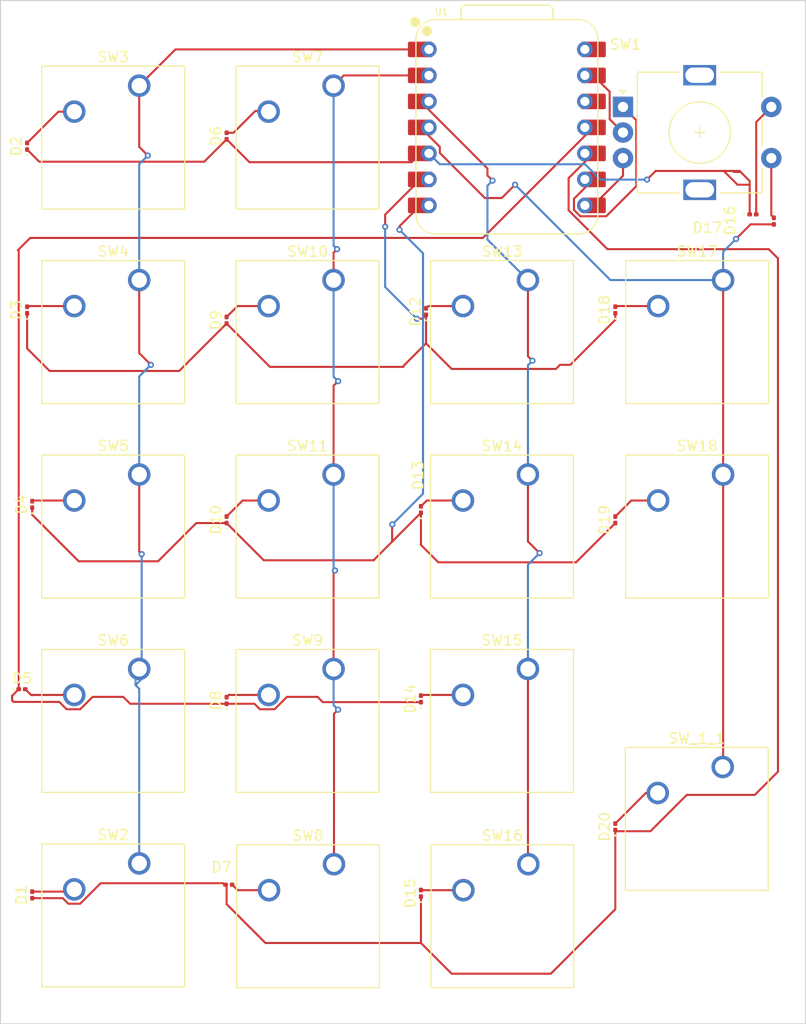
<source format=kicad_pcb>
(kicad_pcb (version 20241229) (generator "pcbnew") (generator_version "9.0")
  (layers (0 "F.Cu" signal) (2 "B.Cu" signal) (13 "F.Paste" user) (15 "B.Paste" user) (5 "F.SilkS" user "F.Silkscreen") (7 "B.SilkS" user "B.Silkscreen") (1 "F.Mask" user) (3 "B.Mask" user) (25 "Edge.Cuts" user))
  (net 0 "")
  (net 1 "Net-(D1-A)")
  (net 2 "ROW4")
  (net 3 "Net-(D2-A)")
  (net 4 "ROW0")
  (net 5 "ROW1")
  (net 6 "Net-(D3-A)")
  (net 7 "Net-(D4-A)")
  (net 8 "ROW2")
  (net 9 "ROW3")
  (net 10 "Net-(D5-A)")
  (net 11 "Net-(D6-A)")
  (net 12 "Net-(D7-A)")
  (net 13 "Net-(D8-A)")
  (net 14 "Net-(D9-A)")
  (net 15 "Net-(D10-A)")
  (net 16 "Net-(D12-A)")
  (net 17 "Net-(D13-A)")
  (net 18 "Net-(D14-A)")
  (net 19 "Net-(D15-A)")
  (net 20 "EC11SWB")
  (net 21 "COL3")
  (net 22 "EC11SWA")
  (net 23 "Net-(D18-A)")
  (net 24 "Net-(D19-A)")
  (net 25 "Net-(D20-A)")
  (net 26 "EC11A")
  (net 27 "EC11B")
  (net 28 "GND")
  (net 29 "COL0")
  (net 30 "COL1")
  (net 31 "COL2")
  (net 33 "+5V")
  (footprint "Diode_SMD:D_0201_0603Metric" (layer "F.Cu") (at 157.5 51.345 90)
    (property "Reference" "D3" (at 0 -1.05 90) (layer "F.SilkS"))
    (property "Value" "D")
    (pad "1" smd roundrect (at -0.32 0 90) (size 0.46 0.4) (layers "F.Cu" "F.Mask") (net 5 "ROW1"))
    (pad "2" smd roundrect (at 0.32 0 90) (size 0.46 0.4) (layers "F.Cu" "F.Mask") (net 6 "Net-(D3-A)"))
  )
  (footprint "Button_Switch_Keyboard:SW_Cherry_MX_1.00u_PCB" (layer "F.Cu") (at 187.46 86.42)
    (property "Reference" "SW9" (at -2.54 -2.794 0) (layer "F.SilkS"))
    (property "Value" "SW_Push_45deg")
    (pad "" np_thru_hole circle (at -7.62 5.08) (size 1.7 1.7) (drill 1.7) (layers "*.Cu" "*.Mask"))
    (pad "" np_thru_hole circle (at -2.54 5.08) (size 4 4) (drill 4) (layers "*.Cu" "*.Mask"))
    (pad "" np_thru_hole circle (at 2.54 5.08) (size 1.7 1.7) (drill 1.7) (layers "*.Cu" "*.Mask"))
    (pad "1" thru_hole circle (at 0 0) (size 2.2 2.2) (drill 1.5) (layers "*.Cu" "*.Mask") (net 30 "COL1"))
    (pad "2" thru_hole circle (at -6.35 2.54) (size 2.2 2.2) (drill 1.5) (layers "*.Cu" "*.Mask") (net 13 "Net-(D8-A)"))
  )
  (footprint "Button_Switch_Keyboard:SW_Cherry_MX_1.00u_PCB" (layer "F.Cu") (at 187.46 29.42)
    (property "Reference" "SW7" (at -2.54 -2.794 0) (layer "F.SilkS"))
    (property "Value" "SW_Push_45deg")
    (pad "" np_thru_hole circle (at -7.62 5.08) (size 1.7 1.7) (drill 1.7) (layers "*.Cu" "*.Mask"))
    (pad "" np_thru_hole circle (at -2.54 5.08) (size 4 4) (drill 4) (layers "*.Cu" "*.Mask"))
    (pad "" np_thru_hole circle (at 2.54 5.08) (size 1.7 1.7) (drill 1.7) (layers "*.Cu" "*.Mask"))
    (pad "1" thru_hole circle (at 0 0) (size 2.2 2.2) (drill 1.5) (layers "*.Cu" "*.Mask") (net 30 "COL1"))
    (pad "2" thru_hole circle (at -6.35 2.54) (size 2.2 2.2) (drill 1.5) (layers "*.Cu" "*.Mask") (net 11 "Net-(D6-A)"))
  )
  (footprint "Rotary_Encoder:RotaryEncoder_Alps_EC11E-Switch_Vertical_H20mm" (layer "F.Cu") (at 215.75 31.5)
    (property "Reference" "SW1" (at 0.25 -6.1 0) (layer "F.SilkS"))
    (property "Value" "RotaryEncoder_Switch")
    (pad "A" thru_hole rect (at 0 0) (size 2 2) (drill 1) (layers "*.Cu" "*.Mask") (net 26 "EC11A"))
    (pad "B" thru_hole circle (at 0 5) (size 2 2) (drill 1) (layers "*.Cu" "*.Mask") (net 27 "EC11B"))
    (pad "C" thru_hole circle (at 0 2.5) (size 2 2) (drill 1) (layers "*.Cu" "*.Mask") (net 28 "GND"))
    (pad "MP" thru_hole rect (at 7.5 -3.1) (size 3.2 2) (drill oval 2.8 1.5) (layers "*.Cu" "*.Mask"))
    (pad "MP" thru_hole rect (at 7.5 8.1) (size 3.2 2) (drill oval 2.8 1.5) (layers "*.Cu" "*.Mask"))
    (pad "S1" thru_hole circle (at 14.5 5) (size 2 2) (drill 1) (layers "*.Cu" "*.Mask") (net 20 "EC11SWB"))
    (pad "S2" thru_hole circle (at 14.5 0) (size 2 2) (drill 1) (layers "*.Cu" "*.Mask") (net 22 "EC11SWA"))
  )
  (footprint "Diode_SMD:D_0201_0603Metric" (layer "F.Cu") (at 157 88.4)
    (property "Reference" "D5" (at 0 -1.05 0) (layer "F.SilkS"))
    (property "Value" "D")
    (pad "1" smd roundrect (at -0.32 0) (size 0.46 0.4) (layers "F.Cu" "F.Mask") (net 9 "ROW3"))
    (pad "2" smd roundrect (at 0.32 0) (size 0.46 0.4) (layers "F.Cu" "F.Mask") (net 10 "Net-(D5-A)"))
  )
  (footprint "Button_Switch_Keyboard:SW_Cherry_MX_1.00u_PCB" (layer "F.Cu") (at 225.54 48.42)
    (property "Reference" "SW17" (at -2.54 -2.794 0) (layer "F.SilkS"))
    (property "Value" "SW_Push_45deg")
    (pad "" np_thru_hole circle (at -7.62 5.08) (size 1.7 1.7) (drill 1.7) (layers "*.Cu" "*.Mask"))
    (pad "" np_thru_hole circle (at -2.54 5.08) (size 4 4) (drill 4) (layers "*.Cu" "*.Mask"))
    (pad "" np_thru_hole circle (at 2.54 5.08) (size 1.7 1.7) (drill 1.7) (layers "*.Cu" "*.Mask"))
    (pad "1" thru_hole circle (at 0 0) (size 2.2 2.2) (drill 1.5) (layers "*.Cu" "*.Mask") (net 21 "COL3"))
    (pad "2" thru_hole circle (at -6.35 2.54) (size 2.2 2.2) (drill 1.5) (layers "*.Cu" "*.Mask") (net 23 "Net-(D18-A)"))
  )
  (footprint "Button_Switch_Keyboard:SW_Cherry_MX_1.00u_PCB" (layer "F.Cu") (at 168.46 48.42)
    (property "Reference" "SW4" (at -2.54 -2.794 0) (layer "F.SilkS"))
    (property "Value" "SW_Push_45deg")
    (pad "" np_thru_hole circle (at -7.62 5.08) (size 1.7 1.7) (drill 1.7) (layers "*.Cu" "*.Mask"))
    (pad "" np_thru_hole circle (at -2.54 5.08) (size 4 4) (drill 4) (layers "*.Cu" "*.Mask"))
    (pad "" np_thru_hole circle (at 2.54 5.08) (size 1.7 1.7) (drill 1.7) (layers "*.Cu" "*.Mask"))
    (pad "1" thru_hole circle (at 0 0) (size 2.2 2.2) (drill 1.5) (layers "*.Cu" "*.Mask") (net 29 "COL0"))
    (pad "2" thru_hole circle (at -6.35 2.54) (size 2.2 2.2) (drill 1.5) (layers "*.Cu" "*.Mask") (net 6 "Net-(D3-A)"))
  )
  (footprint "Diode_SMD:D_0201_0603Metric" (layer "F.Cu") (at 196 70.845 90)
    (property "Reference" "D13" (at 3.345 -0.3 90) (layer "F.SilkS"))
    (property "Value" "D")
    (pad "1" smd roundrect (at -0.32 0 90) (size 0.46 0.4) (layers "F.Cu" "F.Mask") (net 8 "ROW2"))
    (pad "2" smd roundrect (at 0.32 0 90) (size 0.46 0.4) (layers "F.Cu" "F.Mask") (net 17 "Net-(D13-A)"))
  )
  (footprint "Diode_SMD:D_0201_0603Metric" (layer "F.Cu") (at 177 52.345 90)
    (property "Reference" "D9" (at 0 -1.05 90) (layer "F.SilkS"))
    (property "Value" "D")
    (pad "1" smd roundrect (at -0.32 0 90) (size 0.46 0.4) (layers "F.Cu" "F.Mask") (net 5 "ROW1"))
    (pad "2" smd roundrect (at 0.32 0 90) (size 0.46 0.4) (layers "F.Cu" "F.Mask") (net 14 "Net-(D9-A)"))
  )
  (footprint "Button_Switch_Keyboard:SW_Cherry_MX_1.00u_PCB" (layer "F.Cu") (at 225.54 67.42)
    (property "Reference" "SW18" (at -2.54 -2.794 0) (layer "F.SilkS"))
    (property "Value" "SW_Push_45deg")
    (pad "" np_thru_hole circle (at -7.62 5.08) (size 1.7 1.7) (drill 1.7) (layers "*.Cu" "*.Mask"))
    (pad "" np_thru_hole circle (at -2.54 5.08) (size 4 4) (drill 4) (layers "*.Cu" "*.Mask"))
    (pad "" np_thru_hole circle (at 2.54 5.08) (size 1.7 1.7) (drill 1.7) (layers "*.Cu" "*.Mask"))
    (pad "1" thru_hole circle (at 0 0) (size 2.2 2.2) (drill 1.5) (layers "*.Cu" "*.Mask") (net 21 "COL3"))
    (pad "2" thru_hole circle (at -6.35 2.54) (size 2.2 2.2) (drill 1.5) (layers "*.Cu" "*.Mask") (net 24 "Net-(D19-A)"))
  )
  (footprint "OPL:XIAO-RP2040-DIP" (layer "F.Cu") (at 204.4 33.5)
    (property "Reference" "U1" (at -6.4 -11.3 0) (layer "F.SilkS") (effects (font (size 0.635 0.635) (thickness 0.1016))))
    (property "Value" "XIAO-RP2040-DIP")
    (pad "1" smd roundrect (at -8.455 -7.62 180) (size 2.432 1.524) (layers "F.Cu" "F.Mask") (roundrect_rratio 0.1) (net 29 "COL0"))
    (pad "1" thru_hole circle (at -7.62 -7.62 180) (size 1.524 1.524) (drill 0.889) (layers "*.Cu" "*.Mask") (net 29 "COL0"))
    (pad "2" smd roundrect (at -8.455 -5.08 180) (size 2.432 1.524) (layers "F.Cu" "F.Mask") (roundrect_rratio 0.1) (net 30 "COL1"))
    (pad "2" thru_hole circle (at -7.62 -5.08 180) (size 1.524 1.524) (drill 0.889) (layers "*.Cu" "*.Mask") (net 30 "COL1"))
    (pad "3" smd roundrect (at -8.455 -2.54 180) (size 2.432 1.524) (layers "F.Cu" "F.Mask") (roundrect_rratio 0.1) (net 31 "COL2"))
    (pad "3" thru_hole circle (at -7.62 -2.54 180) (size 1.524 1.524) (drill 0.889) (layers "*.Cu" "*.Mask") (net 31 "COL2"))
    (pad "4" smd roundrect (at -8.455 0 180) (size 2.432 1.524) (layers "F.Cu" "F.Mask") (roundrect_rratio 0.1) (net 21 "COL3"))
    (pad "4" thru_hole circle (at -7.62 0 180) (size 1.524 1.524) (drill 0.889) (layers "*.Cu" "*.Mask") (net 21 "COL3"))
    (pad "5" smd roundrect (at -8.455 2.54 180) (size 2.432 1.524) (layers "F.Cu" "F.Mask") (roundrect_rratio 0.1) (net 4 "ROW0"))
    (pad "5" thru_hole circle (at -7.62 2.54 180) (size 1.524 1.524) (drill 0.889) (layers "*.Cu" "*.Mask") (net 4 "ROW0"))
    (pad "6" smd roundrect (at -8.455 5.08 180) (size 2.432 1.524) (layers "F.Cu" "F.Mask") (roundrect_rratio 0.1) (net 5 "ROW1"))
    (pad "6" thru_hole circle (at -7.62 5.08 180) (size 1.524 1.524) (drill 0.889) (layers "*.Cu" "*.Mask") (net 5 "ROW1"))
    (pad "7" smd roundrect (at -8.455 7.62 180) (size 2.432 1.524) (layers "F.Cu" "F.Mask") (roundrect_rratio 0.1) (net 8 "ROW2"))
    (pad "7" thru_hole circle (at -7.62 7.62 180) (size 1.524 1.524) (drill 0.889) (layers "*.Cu" "*.Mask") (net 8 "ROW2"))
    (pad "8" thru_hole circle (at 7.62 7.62) (size 1.524 1.524) (drill 0.889) (layers "*.Cu" "*.Mask") (net 27 "EC11B"))
    (pad "8" smd roundrect (at 8.455 7.62) (size 2.432 1.524) (layers "F.Cu" "F.Mask") (roundrect_rratio 0.1) (net 27 "EC11B"))
    (pad "9" thru_hole circle (at 7.62 5.08) (size 1.524 1.524) (drill 0.889) (layers "*.Cu" "*.Mask") (net 26 "EC11A"))
    (pad "9" smd roundrect (at 8.455 5.08) (size 2.432 1.524) (layers "F.Cu" "F.Mask") (roundrect_rratio 0.1) (net 26 "EC11A"))
    (pad "10" thru_hole circle (at 7.62 2.54) (size 1.524 1.524) (drill 0.889) (layers "*.Cu" "*.Mask") (net 2 "ROW4"))
    (pad "10" smd roundrect (at 8.455 2.54) (size 2.432 1.524) (layers "F.Cu" "F.Mask") (roundrect_rratio 0.1) (net 2 "ROW4"))
    (pad "11" thru_hole circle (at 7.62 0) (size 1.524 1.524) (drill 0.889) (layers "*.Cu" "*.Mask") (net 9 "ROW3"))
    (pad "11" smd roundrect (at 8.455 0) (size 2.432 1.524) (layers "F.Cu" "F.Mask") (roundrect_rratio 0.1) (net 9 "ROW3"))
    (pad "12" thru_hole circle (at 7.62 -2.54) (size 1.524 1.524) (drill 0.889) (layers "*.Cu" "*.Mask"))
    (pad "12" smd roundrect (at 8.455 -2.54) (size 2.432 1.524) (layers "F.Cu" "F.Mask") (roundrect_rratio 0.1))
    (pad "13" thru_hole circle (at 7.62 -5.08) (size 1.524 1.524) (drill 0.889) (layers "*.Cu" "*.Mask") (net 28 "GND"))
    (pad "13" smd roundrect (at 8.455 -5.08) (size 2.432 1.524) (layers "F.Cu" "F.Mask") (roundrect_rratio 0.1) (net 28 "GND"))
    (pad "14" thru_hole circle (at 7.62 -7.62) (size 1.524 1.524) (drill 0.889) (layers "*.Cu" "*.Mask") (net 33 "+5V"))
    (pad "14" smd roundrect (at 8.455 -7.62) (size 2.432 1.524) (layers "F.Cu" "F.Mask") (roundrect_rratio 0.1) (net 33 "+5V"))
  )
  (footprint "Button_Switch_Keyboard:SW_Cherry_MX_1.00u_PCB" (layer "F.Cu") (at 187.46 67.42)
    (property "Reference" "SW11" (at -2.54 -2.794 0) (layer "F.SilkS"))
    (property "Value" "SW_Push_45deg")
    (pad "" np_thru_hole circle (at -7.62 5.08) (size 1.7 1.7) (drill 1.7) (layers "*.Cu" "*.Mask"))
    (pad "" np_thru_hole circle (at -2.54 5.08) (size 4 4) (drill 4) (layers "*.Cu" "*.Mask"))
    (pad "" np_thru_hole circle (at 2.54 5.08) (size 1.7 1.7) (drill 1.7) (layers "*.Cu" "*.Mask"))
    (pad "1" thru_hole circle (at 0 0) (size 2.2 2.2) (drill 1.5) (layers "*.Cu" "*.Mask") (net 30 "COL1"))
    (pad "2" thru_hole circle (at -6.35 2.54) (size 2.2 2.2) (drill 1.5) (layers "*.Cu" "*.Mask") (net 15 "Net-(D10-A)"))
  )
  (footprint "Diode_SMD:D_0201_0603Metric" (layer "F.Cu") (at 215 71.845 90)
    (property "Reference" "D19" (at 0 -1.05 90) (layer "F.SilkS"))
    (property "Value" "D")
    (pad "1" smd roundrect (at -0.32 0 90) (size 0.46 0.4) (layers "F.Cu" "F.Mask") (net 8 "ROW2"))
    (pad "2" smd roundrect (at 0.32 0 90) (size 0.46 0.4) (layers "F.Cu" "F.Mask") (net 24 "Net-(D19-A)"))
  )
  (footprint "Button_Switch_Keyboard:SW_Cherry_MX_1.00u_PCB" (layer "F.Cu") (at 168.46 86.42)
    (property "Reference" "SW6" (at -2.54 -2.794 0) (layer "F.SilkS"))
    (property "Value" "SW_Push_45deg")
    (pad "" np_thru_hole circle (at -7.62 5.08) (size 1.7 1.7) (drill 1.7) (layers "*.Cu" "*.Mask"))
    (pad "" np_thru_hole circle (at -2.54 5.08) (size 4 4) (drill 4) (layers "*.Cu" "*.Mask"))
    (pad "" np_thru_hole circle (at 2.54 5.08) (size 1.7 1.7) (drill 1.7) (layers "*.Cu" "*.Mask"))
    (pad "1" thru_hole circle (at 0 0) (size 2.2 2.2) (drill 1.5) (layers "*.Cu" "*.Mask") (net 29 "COL0"))
    (pad "2" thru_hole circle (at -6.35 2.54) (size 2.2 2.2) (drill 1.5) (layers "*.Cu" "*.Mask") (net 10 "Net-(D5-A)"))
  )
  (footprint "Diode_SMD:D_0201_0603Metric" (layer "F.Cu") (at 196.5 51.5 90)
    (property "Reference" "D12" (at 0 -1.05 90) (layer "F.SilkS"))
    (property "Value" "D")
    (pad "1" smd roundrect (at -0.32 0 90) (size 0.46 0.4) (layers "F.Cu" "F.Mask") (net 5 "ROW1"))
    (pad "2" smd roundrect (at 0.32 0 90) (size 0.46 0.4) (layers "F.Cu" "F.Mask") (net 16 "Net-(D12-A)"))
  )
  (footprint "Diode_SMD:D_0201_0603Metric" (layer "F.Cu") (at 157.5 35.345 90)
    (property "Reference" "D2" (at 0 -1.05 90) (layer "F.SilkS"))
    (property "Value" "D")
    (pad "1" smd roundrect (at -0.32 0 90) (size 0.46 0.4) (layers "F.Cu" "F.Mask") (net 4 "ROW0"))
    (pad "2" smd roundrect (at 0.32 0 90) (size 0.46 0.4) (layers "F.Cu" "F.Mask") (net 3 "Net-(D2-A)"))
  )
  (footprint "Diode_SMD:D_0201_0603Metric" (layer "F.Cu") (at 158 108.5 90)
    (property "Reference" "D1" (at 0 -1.05 90) (layer "F.SilkS"))
    (property "Value" "D")
    (pad "1" smd roundrect (at -0.32 0 90) (size 0.46 0.4) (layers "F.Cu" "F.Mask") (net 2 "ROW4"))
    (pad "2" smd roundrect (at 0.32 0 90) (size 0.46 0.4) (layers "F.Cu" "F.Mask") (net 1 "Net-(D1-A)"))
  )
  (footprint "Button_Switch_Keyboard:SW_Cherry_MX_1.00u_PCB" (layer "F.Cu") (at 187.5 105.5)
    (property "Reference" "SW8" (at -2.54 -2.794 0) (layer "F.SilkS"))
    (property "Value" "SW_Push_45deg")
    (pad "" np_thru_hole circle (at -7.62 5.08) (size 1.7 1.7) (drill 1.7) (layers "*.Cu" "*.Mask"))
    (pad "" np_thru_hole circle (at -2.54 5.08) (size 4 4) (drill 4) (layers "*.Cu" "*.Mask"))
    (pad "" np_thru_hole circle (at 2.54 5.08) (size 1.7 1.7) (drill 1.7) (layers "*.Cu" "*.Mask"))
    (pad "1" thru_hole circle (at 0 0) (size 2.2 2.2) (drill 1.5) (layers "*.Cu" "*.Mask") (net 30 "COL1"))
    (pad "2" thru_hole circle (at -6.35 2.54) (size 2.2 2.2) (drill 1.5) (layers "*.Cu" "*.Mask") (net 12 "Net-(D7-A)"))
  )
  (footprint "Diode_SMD:D_0201_0603Metric" (layer "F.Cu") (at 228.455 42)
    (property "Reference" "D17" (at -4.455 1.3 0) (layer "F.SilkS"))
    (property "Value" "D")
    (pad "1" smd roundrect (at -0.32 0) (size 0.46 0.4) (layers "F.Cu" "F.Mask") (net 4 "ROW0"))
    (pad "2" smd roundrect (at 0.32 0) (size 0.46 0.4) (layers "F.Cu" "F.Mask") (net 22 "EC11SWA"))
  )
  (footprint "Button_Switch_Keyboard:SW_Cherry_MX_1.00u_PCB" (layer "F.Cu") (at 168.46 29.42)
    (property "Reference" "SW3" (at -2.54 -2.794 0) (layer "F.SilkS"))
    (property "Value" "SW_Push_45deg")
    (pad "" np_thru_hole circle (at -7.62 5.08) (size 1.7 1.7) (drill 1.7) (layers "*.Cu" "*.Mask"))
    (pad "" np_thru_hole circle (at -2.54 5.08) (size 4 4) (drill 4) (layers "*.Cu" "*.Mask"))
    (pad "" np_thru_hole circle (at 2.54 5.08) (size 1.7 1.7) (drill 1.7) (layers "*.Cu" "*.Mask"))
    (pad "1" thru_hole circle (at 0 0) (size 2.2 2.2) (drill 1.5) (layers "*.Cu" "*.Mask") (net 29 "COL0"))
    (pad "2" thru_hole circle (at -6.35 2.54) (size 2.2 2.2) (drill 1.5) (layers "*.Cu" "*.Mask") (net 3 "Net-(D2-A)"))
  )
  (footprint "Button_Switch_Keyboard:SW_Cherry_MX_1.00u_PCB" (layer "F.Cu") (at 206.46 86.42)
    (property "Reference" "SW15" (at -2.54 -2.794 0) (layer "F.SilkS"))
    (property "Value" "SW_Push_45deg")
    (pad "" np_thru_hole circle (at -7.62 5.08) (size 1.7 1.7) (drill 1.7) (layers "*.Cu" "*.Mask"))
    (pad "" np_thru_hole circle (at -2.54 5.08) (size 4 4) (drill 4) (layers "*.Cu" "*.Mask"))
    (pad "" np_thru_hole circle (at 2.54 5.08) (size 1.7 1.7) (drill 1.7) (layers "*.Cu" "*.Mask"))
    (pad "1" thru_hole circle (at 0 0) (size 2.2 2.2) (drill 1.5) (layers "*.Cu" "*.Mask") (net 31 "COL2"))
    (pad "2" thru_hole circle (at -6.35 2.54) (size 2.2 2.2) (drill 1.5) (layers "*.Cu" "*.Mask") (net 18 "Net-(D14-A)"))
  )
  (footprint "Diode_SMD:D_0201_0603Metric" (layer "F.Cu") (at 177 71.845 90)
    (property "Reference" "D10" (at 0 -1.05 90) (layer "F.SilkS"))
    (property "Value" "D")
    (pad "1" smd roundrect (at -0.32 0 90) (size 0.46 0.4) (layers "F.Cu" "F.Mask") (net 8 "ROW2"))
    (pad "2" smd roundrect (at 0.32 0 90) (size 0.46 0.4) (layers "F.Cu" "F.Mask") (net 15 "Net-(D10-A)"))
  )
  (footprint "Button_Switch_Keyboard:SW_Cherry_MX_1.00u_PCB" (layer "F.Cu") (at 206.46 67.42)
    (property "Reference" "SW14" (at -2.54 -2.794 0) (layer "F.SilkS"))
    (property "Value" "SW_Push_45deg")
    (pad "" np_thru_hole circle (at -7.62 5.08) (size 1.7 1.7) (drill 1.7) (layers "*.Cu" "*.Mask"))
    (pad "" np_thru_hole circle (at -2.54 5.08) (size 4 4) (drill 4) (layers "*.Cu" "*.Mask"))
    (pad "" np_thru_hole circle (at 2.54 5.08) (size 1.7 1.7) (drill 1.7) (layers "*.Cu" "*.Mask"))
    (pad "1" thru_hole circle (at 0 0) (size 2.2 2.2) (drill 1.5) (layers "*.Cu" "*.Mask") (net 31 "COL2"))
    (pad "2" thru_hole circle (at -6.35 2.54) (size 2.2 2.2) (drill 1.5) (layers "*.Cu" "*.Mask") (net 17 "Net-(D13-A)"))
  )
  (footprint "Button_Switch_Keyboard:SW_Cherry_MX_1.00u_PCB" (layer "F.Cu") (at 187.46 48.42)
    (property "Reference" "SW10" (at -2.54 -2.794 0) (layer "F.SilkS"))
    (property "Value" "SW_Push_45deg")
    (pad "" np_thru_hole circle (at -7.62 5.08) (size 1.7 1.7) (drill 1.7) (layers "*.Cu" "*.Mask"))
    (pad "" np_thru_hole circle (at -2.54 5.08) (size 4 4) (drill 4) (layers "*.Cu" "*.Mask"))
    (pad "" np_thru_hole circle (at 2.54 5.08) (size 1.7 1.7) (drill 1.7) (layers "*.Cu" "*.Mask"))
    (pad "1" thru_hole circle (at 0 0) (size 2.2 2.2) (drill 1.5) (layers "*.Cu" "*.Mask") (net 30 "COL1"))
    (pad "2" thru_hole circle (at -6.35 2.54) (size 2.2 2.2) (drill 1.5) (layers "*.Cu" "*.Mask") (net 14 "Net-(D9-A)"))
  )
  (footprint "Diode_SMD:D_0201_0603Metric" (layer "F.Cu") (at 158 70.345 90)
    (property "Reference" "D4" (at 0 -1.05 90) (layer "F.SilkS"))
    (property "Value" "D")
    (pad "1" smd roundrect (at -0.32 0 90) (size 0.46 0.4) (layers "F.Cu" "F.Mask") (net 8 "ROW2"))
    (pad "2" smd roundrect (at 0.32 0 90) (size 0.46 0.4) (layers "F.Cu" "F.Mask") (net 7 "Net-(D4-A)"))
  )
  (footprint "Button_Switch_Keyboard:SW_Cherry_MX_1.00u_PCB" (layer "F.Cu") (at 206.5 105.5)
    (property "Reference" "SW16" (at -2.54 -2.794 0) (layer "F.SilkS"))
    (property "Value" "SW_Push_45deg")
    (pad "" np_thru_hole circle (at -7.62 5.08) (size 1.7 1.7) (drill 1.7) (layers "*.Cu" "*.Mask"))
    (pad "" np_thru_hole circle (at -2.54 5.08) (size 4 4) (drill 4) (layers "*.Cu" "*.Mask"))
    (pad "" np_thru_hole circle (at 2.54 5.08) (size 1.7 1.7) (drill 1.7) (layers "*.Cu" "*.Mask"))
    (pad "1" thru_hole circle (at 0 0) (size 2.2 2.2) (drill 1.5) (layers "*.Cu" "*.Mask") (net 31 "COL2"))
    (pad "2" thru_hole circle (at -6.35 2.54) (size 2.2 2.2) (drill 1.5) (layers "*.Cu" "*.Mask") (net 19 "Net-(D15-A)"))
  )
  (footprint "Button_Switch_Keyboard:SW_Cherry_MX_1.00u_PCB" (layer "F.Cu") (at 168.46 67.42)
    (property "Reference" "SW5" (at -2.54 -2.794 0) (layer "F.SilkS"))
    (property "Value" "SW_Push_45deg")
    (pad "" np_thru_hole circle (at -7.62 5.08) (size 1.7 1.7) (drill 1.7) (layers "*.Cu" "*.Mask"))
    (pad "" np_thru_hole circle (at -2.54 5.08) (size 4 4) (drill 4) (layers "*.Cu" "*.Mask"))
    (pad "" np_thru_hole circle (at 2.54 5.08) (size 1.7 1.7) (drill 1.7) (layers "*.Cu" "*.Mask"))
    (pad "1" thru_hole circle (at 0 0) (size 2.2 2.2) (drill 1.5) (layers "*.Cu" "*.Mask") (net 29 "COL0"))
    (pad "2" thru_hole circle (at -6.35 2.54) (size 2.2 2.2) (drill 1.5) (layers "*.Cu" "*.Mask") (net 7 "Net-(D4-A)"))
  )
  (footprint "Diode_SMD:D_0201_0603Metric" (layer "F.Cu") (at 215 101.845 90)
    (property "Reference" "D20" (at 0 -1.05 90) (layer "F.SilkS"))
    (property "Value" "D")
    (pad "1" smd roundrect (at -0.32 0 90) (size 0.46 0.4) (layers "F.Cu" "F.Mask") (net 2 "ROW4"))
    (pad "2" smd roundrect (at 0.32 0 90) (size 0.46 0.4) (layers "F.Cu" "F.Mask") (net 25 "Net-(D20-A)"))
  )
  (footprint "Diode_SMD:D_0201_0603Metric" (layer "F.Cu") (at 177 89.5 90)
    (property "Reference" "D8" (at 0 -1.05 90) (layer "F.SilkS"))
    (property "Value" "D")
    (pad "1" smd roundrect (at -0.32 0 90) (size 0.46 0.4) (layers "F.Cu" "F.Mask") (net 9 "ROW3"))
    (pad "2" smd roundrect (at 0.32 0 90) (size 0.46 0.4) (layers "F.Cu" "F.Mask") (net 13 "Net-(D8-A)"))
  )
  (footprint "Diode_SMD:D_0201_0603Metric" (layer "F.Cu") (at 215 51.345 90)
    (property "Reference" "D18" (at 0 -1.05 90) (layer "F.SilkS"))
    (property "Value" "D")
    (pad "1" smd roundrect (at -0.32 0 90) (size 0.46 0.4) (layers "F.Cu" "F.Mask") (net 5 "ROW1"))
    (pad "2" smd roundrect (at 0.32 0 90) (size 0.46 0.4) (layers "F.Cu" "F.Mask") (net 23 "Net-(D18-A)"))
  )
  (footprint "Diode_SMD:D_0201_0603Metric" (layer "F.Cu") (at 230.5 42.655 -90)
    (property "Reference" "D16" (at -0.055 4.3 90) (layer "F.SilkS"))
    (property "Value" "D")
    (pad "1" smd roundrect (at -0.32 0 270) (size 0.46 0.4) (layers "F.Cu" "F.Mask") (net 20 "EC11SWB"))
    (pad "2" smd roundrect (at 0.32 0 270) (size 0.46 0.4) (layers "F.Cu" "F.Mask") (net 21 "COL3"))
  )
  (footprint "Button_Switch_Keyboard:SW_Cherry_MX_1.00u_PCB" (layer "F.Cu") (at 206.46 48.42)
    (property "Reference" "SW13" (at -2.54 -2.794 0) (layer "F.SilkS"))
    (property "Value" "SW_Push_45deg")
    (pad "" np_thru_hole circle (at -7.62 5.08) (size 1.7 1.7) (drill 1.7) (layers "*.Cu" "*.Mask"))
    (pad "" np_thru_hole circle (at -2.54 5.08) (size 4 4) (drill 4) (layers "*.Cu" "*.Mask"))
    (pad "" np_thru_hole circle (at 2.54 5.08) (size 1.7 1.7) (drill 1.7) (layers "*.Cu" "*.Mask"))
    (pad "1" thru_hole circle (at 0 0) (size 2.2 2.2) (drill 1.5) (layers "*.Cu" "*.Mask") (net 31 "COL2"))
    (pad "2" thru_hole circle (at -6.35 2.54) (size 2.2 2.2) (drill 1.5) (layers "*.Cu" "*.Mask") (net 16 "Net-(D12-A)"))
  )
  (footprint "Button_Switch_Keyboard:SW_Cherry_MX_1.00u_PCB" (layer "F.Cu") (at 168.46 105.42)
    (property "Reference" "SW2" (at -2.54 -2.794 0) (layer "F.SilkS"))
    (property "Value" "SW_Push_45deg")
    (pad "" np_thru_hole circle (at -7.62 5.08) (size 1.7 1.7) (drill 1.7) (layers "*.Cu" "*.Mask"))
    (pad "" np_thru_hole circle (at -2.54 5.08) (size 4 4) (drill 4) (layers "*.Cu" "*.Mask"))
    (pad "" np_thru_hole circle (at 2.54 5.08) (size 1.7 1.7) (drill 1.7) (layers "*.Cu" "*.Mask"))
    (pad "1" thru_hole circle (at 0 0) (size 2.2 2.2) (drill 1.5) (layers "*.Cu" "*.Mask") (net 29 "COL0"))
    (pad "2" thru_hole circle (at -6.35 2.54) (size 2.2 2.2) (drill 1.5) (layers "*.Cu" "*.Mask") (net 1 "Net-(D1-A)"))
  )
  (footprint "Button_Switch_Keyboard:SW_Cherry_MX_1.00u_PCB" (layer "F.Cu") (at 225.5 96)
    (property "Reference" "SW_1_1" (at -2.54 -2.794 0) (layer "F.SilkS"))
    (property "Value" "SW_Push_45deg")
    (pad "" np_thru_hole circle (at -7.62 5.08) (size 1.7 1.7) (drill 1.7) (layers "*.Cu" "*.Mask"))
    (pad "" np_thru_hole circle (at -2.54 5.08) (size 4 4) (drill 4) (layers "*.Cu" "*.Mask"))
    (pad "" np_thru_hole circle (at 2.54 5.08) (size 1.7 1.7) (drill 1.7) (layers "*.Cu" "*.Mask"))
    (pad "1" thru_hole circle (at 0 0) (size 2.2 2.2) (drill 1.5) (layers "*.Cu" "*.Mask") (net 21 "COL3"))
    (pad "2" thru_hole circle (at -6.35 2.54) (size 2.2 2.2) (drill 1.5) (layers "*.Cu" "*.Mask") (net 25 "Net-(D20-A)"))
  )
  (footprint "Diode_SMD:D_0201_0603Metric" (layer "F.Cu") (at 177 34.345 90)
    (property "Reference" "D6" (at 0 -1.05 90) (layer "F.SilkS"))
    (property "Value" "D")
    (pad "1" smd roundrect (at -0.32 0 90) (size 0.46 0.4) (layers "F.Cu" "F.Mask") (net 4 "ROW0"))
    (pad "2" smd roundrect (at 0.32 0 90) (size 0.46 0.4) (layers "F.Cu" "F.Mask") (net 11 "Net-(D6-A)"))
  )
  (footprint "Diode_SMD:D_0201_0603Metric" (layer "F.Cu") (at 177.22 107.5)
    (property "Reference" "D7" (at -0.72 -1.7 0) (layer "F.SilkS"))
    (property "Value" "D")
    (pad "1" smd roundrect (at -0.32 0) (size 0.46 0.4) (layers "F.Cu" "F.Mask") (net 2 "ROW4"))
    (pad "2" smd roundrect (at 0.32 0) (size 0.46 0.4) (layers "F.Cu" "F.Mask") (net 12 "Net-(D7-A)"))
  )
  (footprint "Diode_SMD:D_0201_0603Metric" (layer "F.Cu") (at 196 89.345 90)
    (property "Reference" "D14" (at 0 -1.05 90) (layer "F.SilkS"))
    (property "Value" "D")
    (pad "1" smd roundrect (at -0.32 0 90) (size 0.46 0.4) (layers "F.Cu" "F.Mask") (net 9 "ROW3"))
    (pad "2" smd roundrect (at 0.32 0 90) (size 0.46 0.4) (layers "F.Cu" "F.Mask") (net 18 "Net-(D14-A)"))
  )
  (footprint "Diode_SMD:D_0201_0603Metric" (layer "F.Cu") (at 196 108.345 90)
    (property "Reference" "D15" (at 0 -1.05 90) (layer "F.SilkS"))
    (property "Value" "D")
    (pad "1" smd roundrect (at -0.32 0 90) (size 0.46 0.4) (layers "F.Cu" "F.Mask") (net 2 "ROW4"))
    (pad "2" smd roundrect (at 0.32 0 90) (size 0.46 0.4) (layers "F.Cu" "F.Mask") (net 19 "Net-(D15-A)"))
  )
  (gr_rect (start 154.9 21.1) (end 233.6 121.1) (stroke (width 0.1)) (fill no) (layer "Edge.Cuts"))
  (segment (start 161.89 108.18) (end 162.11 107.96) (width 0.2) (layer "F.Cu") (net 1))
  (segment (start 158 108.18) (end 161.89 108.18) (width 0.2) (layer "F.Cu") (net 1))
  (segment (start 230 45.4) (end 230.9 46.3) (width 0.2) (layer "F.Cu") (net 2))
  (segment (start 162.690314 109.361) (end 161.529686 109.361) (width 0.2) (layer "F.Cu") (net 2))
  (segment (start 160.988686 108.82) (end 158 108.82) (width 0.2) (layer "F.Cu") (net 2))
  (segment (start 210.4339 41.60431) (end 214.22959 45.4) (width 0.2) (layer "F.Cu") (net 2))
  (segment (start 221.986184 98.729) (end 218.434184 102.281) (width 0.2) (layer "F.Cu") (net 2))
  (segment (start 177.001 107.70113) (end 176.65987 107.36) (width 0.2) (layer "F.Cu") (net 2))
  (segment (start 208.7 116.2) (end 199 116.2) (width 0.2) (layer "F.Cu") (net 2))
  (segment (start 161.529686 109.361) (end 160.988686 108.82) (width 0.2) (layer "F.Cu") (net 2))
  (segment (start 214.22959 45.4) (end 230 45.4) (width 0.2) (layer "F.Cu") (net 2))
  (segment (start 164.691314 107.36) (end 176.65987 107.36) (width 0.2) (layer "F.Cu") (net 2))
  (segment (start 218.434184 102.281) (end 215.116 102.281) (width 0.2) (layer "F.Cu") (net 2))
  (segment (start 164.691314 107.36) (end 162.690314 109.361) (width 0.2) (layer "F.Cu") (net 2))
  (segment (start 199 116.2) (end 196 113.2) (width 0.2) (layer "F.Cu") (net 2))
  (segment (start 210.4339 38.4611) (end 210.4339 41.60431) (width 0.2) (layer "F.Cu") (net 2))
  (segment (start 228.635816 98.729) (end 221.986184 98.729) (width 0.2) (layer "F.Cu") (net 2))
  (segment (start 215 102.165) (end 215 109.9) (width 0.2) (layer "F.Cu") (net 2))
  (segment (start 180.80153 113.2) (end 177.001 109.39947) (width 0.2) (layer "F.Cu") (net 2))
  (segment (start 196 113.2) (end 196 108.665) (width 0.2) (layer "F.Cu") (net 2))
  (segment (start 230.9 96.464816) (end 228.635816 98.729) (width 0.2) (layer "F.Cu") (net 2))
  (segment (start 212.855 36.04) (end 210.4339 38.4611) (width 0.2) (layer "F.Cu") (net 2))
  (segment (start 230.9 46.3) (end 230.9 96.464816) (width 0.2) (layer "F.Cu") (net 2))
  (segment (start 215 109.9) (end 208.7 116.2) (width 0.2) (layer "F.Cu") (net 2))
  (segment (start 177.001 109.39947) (end 177.001 107.70113) (width 0.2) (layer "F.Cu") (net 2))
  (segment (start 215.116 102.281) (end 215 102.165) (width 0.2) (layer "F.Cu") (net 2))
  (segment (start 196 113.2) (end 180.80153 113.2) (width 0.2) (layer "F.Cu") (net 2))
  (segment (start 160.565 31.96) (end 162.11 31.96) (width 0.2) (layer "F.Cu") (net 3))
  (segment (start 157.5 35.025) (end 160.565 31.96) (width 0.2) (layer "F.Cu") (net 3))
  (segment (start 195.085 36.9) (end 179.235 36.9) (width 0.2) (layer "F.Cu") (net 4))
  (segment (start 227.25 37.85) (end 226.594946 37.85) (width 0.2) (layer "F.Cu") (net 4))
  (segment (start 226.594946 37.85) (end 226.5 37.755054) (width 0.2) (layer "F.Cu") (net 4))
  (segment (start 157.5 35.665) (end 158.686 36.851) (width 0.2) (layer "F.Cu") (net 4))
  (segment (start 195.945 36.04) (end 195.085 36.9) (width 0.2) (layer "F.Cu") (net 4))
  (segment (start 226.5 37.755054) (end 225.6 37.755054) (width 0.2) (layer "F.Cu") (net 4))
  (segment (start 226.5 37.755054) (end 227.155054 37.755054) (width 0.2) (layer "F.Cu") (net 4))
  (segment (start 225.6 37.755054) (end 218.944946 37.755054) (width 0.2) (layer "F.Cu") (net 4))
  (segment (start 228.135 39.1) (end 226.944946 39.1) (width 0.2) (layer "F.Cu") (net 4))
  (segment (start 226.944946 39.1) (end 225.6 37.755054) (width 0.2) (layer "F.Cu") (net 4))
  (segment (start 228.135 38.735) (end 228.135 39.1) (width 0.2) (layer "F.Cu") (net 4))
  (segment (start 227.155054 37.755054) (end 227.25 37.85) (width 0.2) (layer "F.Cu") (net 4))
  (segment (start 218.944946 37.755054) (end 218.1 38.6) (width 0.2) (layer "F.Cu") (net 4))
  (segment (start 174.814 36.851) (end 177 34.665) (width 0.2) (layer "F.Cu") (net 4))
  (segment (start 158.686 36.851) (end 174.814 36.851) (width 0.2) (layer "F.Cu") (net 4))
  (segment (start 227.25 37.85) (end 228.135 38.735) (width 0.2) (layer "F.Cu") (net 4))
  (segment (start 228.135 39.1) (end 228.135 42) (width 0.2) (layer "F.Cu") (net 4))
  (segment (start 179.235 36.9) (end 177 34.665) (width 0.2) (layer "F.Cu") (net 4))
  (via (at 218.1 38.6) (size 0.6) (drill 0.3) (layers "F.Cu" "B.Cu") (net 4))
  (segment (start 197.843 37.103) (end 196.78 36.04) (width 0.2) (layer "B.Cu") (net 4))
  (segment (start 218.1 38.6) (end 213.54331 38.6) (width 0.2) (layer "B.Cu") (net 4))
  (segment (start 213.54331 38.6) (end 212.04631 37.103) (width 0.2) (layer "B.Cu") (net 4))
  (segment (start 212.04631 37.103) (end 197.843 37.103) (width 0.2) (layer "B.Cu") (net 4))
  (segment (start 196.5 54.6) (end 196.5 51.82) (width 0.2) (layer "F.Cu") (net 5))
  (segment (start 195.6 52.2) (end 196.12 52.2) (width 0.2) (layer "F.Cu") (net 5))
  (segment (start 199 57.1) (end 209.2 57.1) (width 0.2) (layer "F.Cu") (net 5))
  (segment (start 209.6 56.7) (end 209.2 57.1) (width 0.2) (layer "F.Cu") (net 5))
  (segment (start 194.3 56.9) (end 194.3 56.8) (width 0.2) (layer "F.Cu") (net 5))
  (segment (start 210.6 56.7) (end 209.6 56.7) (width 0.2) (layer "F.Cu") (net 5))
  (segment (start 196.12 52.2) (end 196.5 51.82) (width 0.2) (layer "F.Cu") (net 5))
  (segment (start 157.5 55.1) (end 159.7 57.3) (width 0.2) (layer "F.Cu") (net 5))
  (segment (start 215 52.3) (end 215 51.665) (width 0.2) (layer "F.Cu") (net 5))
  (segment (start 194.3 56.8) (end 196.5 54.6) (width 0.2) (layer "F.Cu") (net 5))
  (segment (start 181.235 56.9) (end 194.3 56.9) (width 0.2) (layer "F.Cu") (net 5))
  (segment (start 159.7 57.3) (end 172.365 57.3) (width 0.2) (layer "F.Cu") (net 5))
  (segment (start 195.945 38.58) (end 192.5 42.025) (width 0.2) (layer "F.Cu") (net 5))
  (segment (start 157.5 51.665) (end 157.5 55.1) (width 0.2) (layer "F.Cu") (net 5))
  (segment (start 177 52.665) (end 181.235 56.9) (width 0.2) (layer "F.Cu") (net 5))
  (segment (start 172.365 57.3) (end 177 52.665) (width 0.2) (layer "F.Cu") (net 5))
  (segment (start 196.5 54.6) (end 199 57.1) (width 0.2) (layer "F.Cu") (net 5))
  (segment (start 192.5 42.025) (end 192.5 43.2) (width 0.2) (layer "F.Cu") (net 5))
  (segment (start 210.6 56.7) (end 215 52.3) (width 0.2) (layer "F.Cu") (net 5))
  (via (at 192.5 43.2) (size 0.6) (drill 0.3) (layers "F.Cu" "B.Cu") (net 5))
  (via (at 195.6 52.2) (size 0.6) (drill 0.3) (layers "F.Cu" "B.Cu") (net 5))
  (segment (start 192.5 43.2) (end 192.5 49.1) (width 0.2) (layer "B.Cu") (net 5))
  (segment (start 192.5 49.1) (end 195.6 52.2) (width 0.2) (layer "B.Cu") (net 5))
  (segment (start 157.565 50.96) (end 157.5 51.025) (width 0.2) (layer "F.Cu") (net 6))
  (segment (start 162.11 50.96) (end 157.565 50.96) (width 0.2) (layer "F.Cu") (net 6))
  (segment (start 162.11 69.96) (end 158.065 69.96) (width 0.2) (layer "F.Cu") (net 7))
  (segment (start 158.065 69.96) (end 158 70.025) (width 0.2) (layer "F.Cu") (net 7))
  (segment (start 162.54153 75.9) (end 170.3 75.9) (width 0.2) (layer "F.Cu") (net 8))
  (segment (start 158 70.665) (end 158 71.35847) (width 0.2) (layer "F.Cu") (net 8))
  (segment (start 193.9 43.165) (end 193.9 43.5) (width 0.2) (layer "F.Cu") (net 8))
  (segment (start 193.1825 73.9825) (end 196 71.165) (width 0.2) (layer "F.Cu") (net 8))
  (segment (start 193.1825 72.3175) (end 193.2 72.3) (width 0.2) (layer "F.Cu") (net 8))
  (segment (start 195.945 41.12) (end 193.9 43.165) (width 0.2) (layer "F.Cu") (net 8))
  (segment (start 211.165 76) (end 215 72.165) (width 0.2) (layer "F.Cu") (net 8))
  (segment (start 196 71.165) (end 196 74.3) (width 0.2) (layer "F.Cu") (net 8))
  (segment (start 180.635 75.8) (end 191.4 75.8) (width 0.2) (layer "F.Cu") (net 8))
  (segment (start 158 71.35847) (end 162.54153 75.9) (width 0.2) (layer "F.Cu") (net 8))
  (segment (start 170.3 75.9) (end 174.035 72.165) (width 0.2) (layer "F.Cu") (net 8))
  (segment (start 191.4 75.8) (end 191.4 75.765) (width 0.2) (layer "F.Cu") (net 8))
  (segment (start 191.4 75.765) (end 193.1825 73.9825) (width 0.2) (layer "F.Cu") (net 8))
  (segment (start 177 72.165) (end 180.635 75.8) (width 0.2) (layer "F.Cu") (net 8))
  (segment (start 174.035 72.165) (end 177 72.165) (width 0.2) (layer "F.Cu") (net 8))
  (segment (start 193.1825 73.9825) (end 193.1825 72.3175) (width 0.2) (layer "F.Cu") (net 8))
  (segment (start 196 74.3) (end 197.7 76) (width 0.2) (layer "F.Cu") (net 8))
  (segment (start 197.7 76) (end 211.165 76) (width 0.2) (layer "F.Cu") (net 8))
  (via (at 193.9 43.5) (size 0.6) (drill 0.3) (layers "F.Cu" "B.Cu") (net 8))
  (via (at 193.2 72.3) (size 0.6) (drill 0.3) (layers "F.Cu" "B.Cu") (net 8))
  (segment (start 196.201 45.801) (end 196.201 69.299) (width 0.2) (layer "B.Cu") (net 8))
  (segment (start 193.9 43.5) (end 196.201 45.801) (width 0.2) (layer "B.Cu") (net 8))
  (segment (start 196.201 69.299) (end 193.2 72.3) (width 0.2) (layer "B.Cu") (net 8))
  (segment (start 157.8 44.3) (end 202.055 44.3) (width 0.2) (layer "F.Cu") (net 9))
  (segment (start 180.261 90.361) (end 179.72 89.82) (width 0.2) (layer "F.Cu") (net 9))
  (segment (start 179.72 89.82) (end 177 89.82) (width 0.2) (layer "F.Cu") (net 9))
  (segment (start 164.7 89.149) (end 163.902314 89.149) (width 0.2) (layer "F.Cu") (net 9))
  (segment (start 186.409816 89.665) (end 185.893816 89.149) (width 0.2) (layer "F.Cu") (net 9))
  (segment (start 156.68 88.4) (end 156.68 45.58) (width 0.2) (layer "F.Cu") (net 9))
  (segment (start 182.902314 89.149) (end 181.690314 90.361) (width 0.2) (layer "F.Cu") (net 9))
  (segment (start 166.893816 89.149) (end 164.7 89.149) (width 0.2) (layer "F.Cu") (net 9))
  (segment (start 160.64 89.64) (end 156.17 89.64) (width 0.2) (layer "F.Cu") (net 9))
  (segment (start 177 89.82) (end 167.564816 89.82) (width 0.2) (layer "F.Cu") (net 9))
  (segment (start 181.690314 90.361) (end 180.261 90.361) (width 0.2) (layer "F.Cu") (net 9))
  (segment (start 161.361 90.361) (end 160.64 89.64) (width 0.2) (layer "F.Cu") (net 9))
  (segment (start 163.902314 89.149) (end 162.690314 90.361) (width 0.2) (layer "F.Cu") (net 9))
  (segment (start 202.055 44.3) (end 212.855 33.5) (width 0.2) (layer "F.Cu") (net 9))
  (segment (start 156.03 89.5) (end 156.03 89.05) (width 0.2) (layer "F.Cu") (net 9))
  (segment (start 156.03 89.05) (end 156.68 88.4) (width 0.2) (layer "F.Cu") (net 9))
  (segment (start 156.68 45.58) (end 156.6 45.5) (width 0.2) (layer "F.Cu") (net 9))
  (segment (start 156.17 89.64) (end 156.03 89.5) (width 0.2) (layer "F.Cu") (net 9))
  (segment (start 156.6 45.5) (end 157.8 44.3) (width 0.2) (layer "F.Cu") (net 9))
  (segment (start 167.564816 89.82) (end 166.893816 89.149) (width 0.2) (layer "F.Cu") (net 9))
  (segment (start 196 89.665) (end 186.409816 89.665) (width 0.2) (layer "F.Cu") (net 9))
  (segment (start 185.893816 89.149) (end 182.902314 89.149) (width 0.2) (layer "F.Cu") (net 9))
  (segment (start 162.690314 90.361) (end 161.361 90.361) (width 0.2) (layer "F.Cu") (net 9))
  (segment (start 157.88 88.96) (end 157.32 88.4) (width 0.2) (layer "F.Cu") (net 10))
  (segment (start 158.04 88.96) (end 157.88 88.96) (width 0.2) (layer "F.Cu") (net 10))
  (segment (start 162.11 88.96) (end 158.04 88.96) (width 0.2) (layer "F.Cu") (net 10))
  (segment (start 158.04 88.96) (end 158 89) (width 0.2) (layer "F.Cu") (net 10))
  (segment (start 177.675 34.025) (end 177 34.025) (width 0.2) (layer "F.Cu") (net 11))
  (segment (start 181.11 31.96) (end 181.14 31.96) (width 0.2) (layer "F.Cu") (net 11))
  (segment (start 181.14 31.96) (end 181.2 31.9) (width 0.2) (layer "F.Cu") (net 11))
  (segment (start 179.8 31.9) (end 177.675 34.025) (width 0.2) (layer "F.Cu") (net 11))
  (segment (start 181.2 31.9) (end 179.8 31.9) (width 0.2) (layer "F.Cu") (net 11))
  (segment (start 181.15 108.04) (end 178.08 108.04) (width 0.2) (layer "F.Cu") (net 12))
  (segment (start 178.08 108.04) (end 177.54 107.5) (width 0.2) (layer "F.Cu") (net 12))
  (segment (start 177.22 88.96) (end 177 89.18) (width 0.2) (layer "F.Cu") (net 13))
  (segment (start 181.11 88.96) (end 177.22 88.96) (width 0.2) (layer "F.Cu") (net 13))
  (segment (start 181.11 50.96) (end 178.065 50.96) (width 0.2) (layer "F.Cu") (net 14))
  (segment (start 178.065 50.96) (end 177 52.025) (width 0.2) (layer "F.Cu") (net 14))
  (segment (start 178.565 69.96) (end 177 71.525) (width 0.2) (layer "F.Cu") (net 15))
  (segment (start 181.11 69.96) (end 178.565 69.96) (width 0.2) (layer "F.Cu") (net 15))
  (segment (start 200.11 50.96) (end 196.72 50.96) (width 0.2) (layer "F.Cu") (net 16))
  (segment (start 196.72 50.96) (end 196.5 51.18) (width 0.2) (layer "F.Cu") (net 16))
  (segment (start 196.565 69.96) (end 196 70.525) (width 0.2) (layer "F.Cu") (net 17))
  (segment (start 200.11 69.96) (end 196.565 69.96) (width 0.2) (layer "F.Cu") (net 17))
  (segment (start 196.065 88.96) (end 196 89.025) (width 0.2) (layer "F.Cu") (net 18))
  (segment (start 200.11 88.96) (end 196.065 88.96) (width 0.2) (layer "F.Cu") (net 18))
  (segment (start 196.015 108.04) (end 196 108.025) (width 0.2) (layer "F.Cu") (net 19))
  (segment (start 200.15 108.04) (end 196.015 108.04) (width 0.2) (layer "F.Cu") (net 19))
  (segment (start 230.25 42.085) (end 230.5 42.335) (width 0.2) (layer "F.Cu") (net 20))
  (segment (start 230.25 36.5) (end 230.25 42.085) (width 0.2) (layer "F.Cu") (net 20))
  (segment (start 228.225 42.975) (end 226.8 44.4) (width 0.2) (layer "F.Cu") (net 21))
  (segment (start 203.899 40.401) (end 205.2 39.1) (width 0.2) (layer "F.Cu") (net 21))
  (segment (start 197.843 35.992943) (end 202.251057 40.401) (width 0.2) (layer "F.Cu") (net 21))
  (segment (start 230.5 42.975) (end 228.225 42.975) (width 0.2) (layer "F.Cu") (net 21))
  (segment (start 197.843 35.398) (end 197.843 35.992943) (width 0.2) (layer "F.Cu") (net 21))
  (segment (start 225.54 67.42) (end 225.54 95.96) (width 0.2) (layer "F.Cu") (net 21))
  (segment (start 225.54 95.96) (end 225.5 96) (width 0.2) (layer "F.Cu") (net 21))
  (segment (start 225.54 48.42) (end 225.54 67.42) (width 0.2) (layer "F.Cu") (net 21))
  (segment (start 195.945 33.5) (end 197.843 35.398) (width 0.2) (layer "F.Cu") (net 21))
  (segment (start 202.251057 40.401) (end 203.899 40.401) (width 0.2) (layer "F.Cu") (net 21))
  (via (at 226.8 44.4) (size 0.6) (drill 0.3) (layers "F.Cu" "B.Cu") (net 21))
  (via (at 205.2 39.1) (size 0.6) (drill 0.3) (layers "F.Cu" "B.Cu") (net 21))
  (segment (start 226.8 44.4) (end 225.54 45.66) (width 0.2) (layer "B.Cu") (net 21))
  (segment (start 214.52 48.42) (end 225.54 48.42) (width 0.2) (layer "B.Cu") (net 21))
  (segment (start 205.2 39.1) (end 214.52 48.42) (width 0.2) (layer "B.Cu") (net 21))
  (segment (start 225.54 45.66) (end 225.54 48.42) (width 0.2) (layer "B.Cu") (net 21))
  (segment (start 228.775 42) (end 228.775 32.975) (width 0.2) (layer "F.Cu") (net 22))
  (segment (start 228.775 32.975) (end 230.25 31.5) (width 0.2) (layer "F.Cu") (net 22))
  (segment (start 215.065 50.96) (end 215 51.025) (width 0.2) (layer "F.Cu") (net 23))
  (segment (start 219.19 50.96) (end 215.065 50.96) (width 0.2) (layer "F.Cu") (net 23))
  (segment (start 216.565 69.96) (end 219.19 69.96) (width 0.2) (layer "F.Cu") (net 24))
  (segment (start 215 71.525) (end 216.565 69.96) (width 0.2) (layer "F.Cu") (net 24))
  (segment (start 215 101.525) (end 217.985 98.54) (width 0.2) (layer "F.Cu") (net 25))
  (segment (start 217.985 98.54) (end 219.15 98.54) (width 0.2) (layer "F.Cu") (net 25))
  (segment (start 214.110626 42.183) (end 217.051 39.242626) (width 0.2) (layer "F.Cu") (net 26))
  (segment (start 217.051 32.801) (end 215.75 31.5) (width 0.2) (layer "F.Cu") (net 26))
  (segment (start 211.57969 42.183) (end 214.110626 42.183) (width 0.2) (layer "F.Cu") (net 26))
  (segment (start 210.957 41.56031) (end 211.57969 42.183) (width 0.2) (layer "F.Cu") (net 26))
  (segment (start 212.855 38.58) (end 210.957 40.478) (width 0.2) (layer "F.Cu") (net 26))
  (segment (start 210.957 40.478) (end 210.957 41.56031) (width 0.2) (layer "F.Cu") (net 26))
  (segment (start 217.051 39.242626) (end 217.051 32.801) (width 0.2) (layer "F.Cu") (net 26))
  (segment (start 215.75 38.225) (end 215.75 36.5) (width 0.2) (layer "F.Cu") (net 27))
  (segment (start 212.855 41.12) (end 215.75 38.225) (width 0.2) (layer "F.Cu") (net 27))
  (segment (start 212.855 28.42) (end 214.449 30.014) (width 0.2) (layer "F.Cu") (net 28))
  (segment (start 214.449 32.699) (end 215.75 34) (width 0.2) (layer "F.Cu") (net 28))
  (segment (start 214.449 30.014) (end 214.449 32.699) (width 0.2) (layer "F.Cu") (net 28))
  (segment (start 168.46 35.411) (end 169.3 36.251) (width 0.2) (layer "F.Cu") (net 29))
  (segment (start 168.46 55.56) (end 169.6 56.7) (width 0.2) (layer "F.Cu") (net 29))
  (segment (start 195.945 25.88) (end 172 25.88) (width 0.2) (layer "F.Cu") (net 29))
  (segment (start 168.46 67.42) (end 168.46 74.96) (width 0.2) (layer "F.Cu") (net 29))
  (segment (start 172 25.88) (end 168.46 29.42) (width 0.2) (layer "F.Cu") (net 29))
  (segment (start 168.46 48.42) (end 168.46 55.56) (width 0.2) (layer "F.Cu") (net 29))
  (segment (start 168.46 74.96) (end 168.7 75.2) (width 0.2) (layer "F.Cu") (net 29))
  (segment (start 168.46 29.42) (end 168.46 35.411) (width 0.2) (layer "F.Cu") (net 29))
  (via (at 169.6 56.7) (size 0.6) (drill 0.3) (layers "F.Cu" "B.Cu") (net 29))
  (via (at 169.3 36.251) (size 0.6) (drill 0.3) (layers "F.Cu" "B.Cu") (net 29))
  (via (at 168.7 75.2) (size 0.6) (drill 0.3) (layers "F.Cu" "B.Cu") (net 29))
  (segment (start 168.46 88.36) (end 168.46 105.42) (width 0.2) (layer "B.Cu") (net 29))
  (segment (start 168.1 88) (end 168.46 88.36) (width 0.2) (layer "B.Cu") (net 29))
  (segment (start 169.6 56.7) (end 168.46 57.84) (width 0.2) (layer "B.Cu") (net 29))
  (segment (start 168.7 75.2) (end 168.7 87.4) (width 0.2) (layer "B.Cu") (net 29))
  (segment (start 169.3 36.251) (end 168.46 37.091) (width 0.2) (layer "B.Cu") (net 29))
  (segment (start 168.46 37.091) (end 168.46 48.42) (width 0.2) (layer "B.Cu") (net 29))
  (segment (start 168.7 87.4) (end 168.1 88) (width 0.2) (layer "B.Cu") (net 29))
  (segment (start 168.46 57.84) (end 168.46 67.42) (width 0.2) (layer "B.Cu") (net 29))
  (segment (start 168.1 86.78) (end 168.46 86.42) (width 0.2) (layer "B.Cu") (net 29))
  (segment (start 168.1 88) (end 168.1 86.78) (width 0.2) (layer "B.Cu") (net 29))
  (segment (start 195.945 28.42) (end 188.46 28.42) (width 0.2) (layer "F.Cu") (net 30))
  (segment (start 187.46 45.74) (end 187.8 45.4) (width 0.2) (layer "F.Cu") (net 30))
  (segment (start 187.5 90.8) (end 187.9 90.4) (width 0.2) (layer "F.Cu") (net 30))
  (segment (start 187.46 48.42) (end 187.46 45.74) (width 0.2) (layer "F.Cu") (net 30))
  (segment (start 187.46 76.94) (end 187.6 76.8) (width 0.2) (layer "F.Cu") (net 30))
  (segment (start 187.46 67.42) (end 187.46 58.74) (width 0.2) (layer "F.Cu") (net 30))
  (segment (start 188.46 28.42) (end 187.46 29.42) (width 0.2) (layer "F.Cu") (net 30))
  (segment (start 187.46 58.74) (end 187.9 58.3) (width 0.2) (layer "F.Cu") (net 30))
  (segment (start 187.5 105.5) (end 187.5 90.8) (width 0.2) (layer "F.Cu") (net 30))
  (segment (start 187.46 86.42) (end 187.46 76.94) (width 0.2) (layer "F.Cu") (net 30))
  (via (at 187.6 76.8) (size 0.6) (drill 0.3) (layers "F.Cu" "B.Cu") (net 30))
  (via (at 187.8 45.4) (size 0.6) (drill 0.3) (layers "F.Cu" "B.Cu") (net 30))
  (via (at 187.9 90.4) (size 0.6) (drill 0.3) (layers "F.Cu" "B.Cu") (net 30))
  (via (at 187.9 58.3) (size 0.6) (drill 0.3) (layers "F.Cu" "B.Cu") (net 30))
  (segment (start 187.8 45.4) (end 187.46 45.06) (width 0.2) (layer "B.Cu") (net 30))
  (segment (start 187.9 58.3) (end 187.46 57.86) (width 0.2) (layer "B.Cu") (net 30))
  (segment (start 187.9 90.4) (end 187.46 89.96) (width 0.2) (layer "B.Cu") (net 30))
  (segment (start 187.6 76.8) (end 187.46 76.66) (width 0.2) (layer "B.Cu") (net 30))
  (segment (start 187.46 45.06) (end 187.46 29.42) (width 0.2) (layer "B.Cu") (net 30))
  (segment (start 187.46 57.86) (end 187.46 48.42) (width 0.2) (layer "B.Cu") (net 30))
  (segment (start 187.46 89.96) (end 187.46 86.42) (width 0.2) (layer "B.Cu") (net 30))
  (segment (start 187.46 76.66) (end 187.46 67.42) (width 0.2) (layer "B.Cu") (net 30))
  (segment (start 202.5 37.515) (end 195.945 30.96) (width 0.2) (layer "F.Cu") (net 31))
  (segment (start 206.46 86.42) (end 206.46 105.46) (width 0.2) (layer "F.Cu") (net 31))
  (segment (start 206.46 67.42) (end 206.46 73.96) (width 0.2) (layer "F.Cu") (net 31))
  (segment (start 206.46 105.46) (end 206.5 105.5) (width 0.2) (layer "F.Cu") (net 31))
  (segment (start 203 38.7) (end 202.5 38.2) (width 0.2) (layer "F.Cu") (net 31))
  (segment (start 206.46 55.86) (end 206.9 56.3) (width 0.2) (layer "F.Cu") (net 31))
  (segment (start 206.46 73.96) (end 207.6 75.1) (width 0.2) (layer "F.Cu") (net 31))
  (segment (start 202.5 38.2) (end 202.5 37.515) (width 0.2) (layer "F.Cu") (net 31))
  (segment (start 206.46 48.42) (end 206.46 55.86) (width 0.2) (layer "F.Cu") (net 31))
  (via (at 207.6 75.1) (size 0.6) (drill 0.3) (layers "F.Cu" "B.Cu") (net 31))
  (via (at 203 38.7) (size 0.6) (drill 0.3) (layers "F.Cu" "B.Cu") (net 31))
  (via (at 206.9 56.3) (size 0.6) (drill 0.3) (layers "F.Cu" "B.Cu") (net 31))
  (segment (start 206.9 56.3) (end 206.46 56.74) (width 0.2) (layer "B.Cu") (net 31))
  (segment (start 207.6 75.1) (end 206.46 76.24) (width 0.2) (layer "B.Cu") (net 31))
  (segment (start 206.46 76.24) (end 206.46 86.42) (width 0.2) (layer "B.Cu") (net 31))
  (segment (start 206.46 56.74) (end 206.46 67.42) (width 0.2) (layer "B.Cu") (net 31))
  (segment (start 202.5 44.46) (end 206.46 48.42) (width 0.2) (layer "B.Cu") (net 31))
  (segment (start 203 38.7) (end 202.5 39.2) (width 0.2) (layer "B.Cu") (net 31))
  (segment (start 202.5 39.2) (end 202.5 44.46) (width 0.2) (layer "B.Cu") (net 31))
)
</source>
